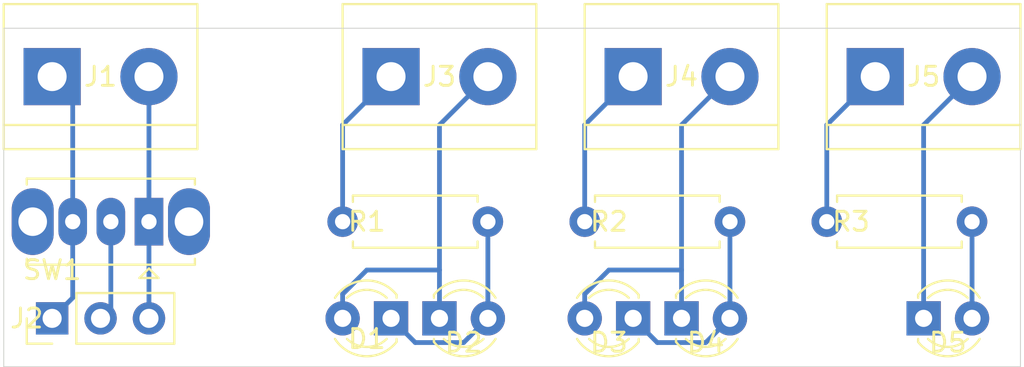
<source format=kicad_pcb>
(kicad_pcb (version 20171130) (host pcbnew "(5.1.4)-1")

  (general
    (thickness 1.6)
    (drawings 4)
    (tracks 37)
    (zones 0)
    (modules 14)
    (nets 13)
  )

  (page A4)
  (layers
    (0 F.Cu signal)
    (31 B.Cu signal)
    (32 B.Adhes user)
    (33 F.Adhes user)
    (34 B.Paste user)
    (35 F.Paste user)
    (36 B.SilkS user)
    (37 F.SilkS user)
    (38 B.Mask user)
    (39 F.Mask user)
    (40 Dwgs.User user)
    (41 Cmts.User user)
    (42 Eco1.User user)
    (43 Eco2.User user)
    (44 Edge.Cuts user)
    (45 Margin user)
    (46 B.CrtYd user)
    (47 F.CrtYd user)
    (48 B.Fab user)
    (49 F.Fab user)
  )

  (setup
    (last_trace_width 0.25)
    (trace_clearance 0.2)
    (zone_clearance 0.508)
    (zone_45_only no)
    (trace_min 0.2)
    (via_size 0.8)
    (via_drill 0.4)
    (via_min_size 0.4)
    (via_min_drill 0.3)
    (uvia_size 0.3)
    (uvia_drill 0.1)
    (uvias_allowed no)
    (uvia_min_size 0.2)
    (uvia_min_drill 0.1)
    (edge_width 0.05)
    (segment_width 0.2)
    (pcb_text_width 0.3)
    (pcb_text_size 1.5 1.5)
    (mod_edge_width 0.12)
    (mod_text_size 1 1)
    (mod_text_width 0.15)
    (pad_size 1.524 1.524)
    (pad_drill 0.762)
    (pad_to_mask_clearance 0.051)
    (solder_mask_min_width 0.25)
    (aux_axis_origin 0 0)
    (visible_elements 7FFFFFFF)
    (pcbplotparams
      (layerselection 0x010fc_ffffffff)
      (usegerberextensions false)
      (usegerberattributes false)
      (usegerberadvancedattributes false)
      (creategerberjobfile false)
      (excludeedgelayer true)
      (linewidth 0.100000)
      (plotframeref false)
      (viasonmask false)
      (mode 1)
      (useauxorigin false)
      (hpglpennumber 1)
      (hpglpenspeed 20)
      (hpglpendiameter 15.000000)
      (psnegative false)
      (psa4output false)
      (plotreference true)
      (plotvalue true)
      (plotinvisibletext false)
      (padsonsilk false)
      (subtractmaskfromsilk false)
      (outputformat 1)
      (mirror false)
      (drillshape 1)
      (scaleselection 1)
      (outputdirectory ""))
  )

  (net 0 "")
  (net 1 "Net-(D1-Pad2)")
  (net 2 "Net-(D1-Pad1)")
  (net 3 "Net-(D3-Pad2)")
  (net 4 "Net-(D3-Pad1)")
  (net 5 "Net-(D5-Pad2)")
  (net 6 "Net-(D5-Pad1)")
  (net 7 "Net-(J1-Pad1)")
  (net 8 "Net-(J2-Pad2)")
  (net 9 "Net-(J3-Pad1)")
  (net 10 "Net-(J4-Pad1)")
  (net 11 "Net-(J5-Pad1)")
  (net 12 GND)

  (net_class Default "This is the default net class."
    (clearance 0.2)
    (trace_width 0.25)
    (via_dia 0.8)
    (via_drill 0.4)
    (uvia_dia 0.3)
    (uvia_drill 0.1)
    (add_net GND)
    (add_net "Net-(D1-Pad1)")
    (add_net "Net-(D1-Pad2)")
    (add_net "Net-(D3-Pad1)")
    (add_net "Net-(D3-Pad2)")
    (add_net "Net-(D5-Pad1)")
    (add_net "Net-(D5-Pad2)")
    (add_net "Net-(J1-Pad1)")
    (add_net "Net-(J2-Pad2)")
    (add_net "Net-(J3-Pad1)")
    (add_net "Net-(J4-Pad1)")
    (add_net "Net-(J5-Pad1)")
  )

  (module Button_Switch_THT:SW_Slide_1P2T_CK_OS102011MS2Q (layer F.Cu) (tedit 5C5044D5) (tstamp 5ED78715)
    (at 88.9 83.82 180)
    (descr "CuK miniature slide switch, OS series, SPDT, https://www.ckswitches.com/media/1428/os.pdf")
    (tags "switch SPDT")
    (path /5ED80B64)
    (fp_text reference SW1 (at 5.08 -2.54) (layer F.SilkS)
      (effects (font (size 1 1) (thickness 0.15)))
    )
    (fp_text value SW_SPDT (at 2 2.54) (layer F.Fab)
      (effects (font (size 1 1) (thickness 0.15)))
    )
    (fp_line (start 0.5 -2.96) (end -0.5 -2.96) (layer F.SilkS) (width 0.12))
    (fp_line (start 0 -2.46) (end 0.5 -2.96) (layer F.SilkS) (width 0.12))
    (fp_line (start -0.5 -2.96) (end 0 -2.46) (layer F.SilkS) (width 0.12))
    (fp_line (start 0 -1.65) (end 0.5 -2.15) (layer F.Fab) (width 0.1))
    (fp_line (start -0.5 -2.15) (end 0 -1.65) (layer F.Fab) (width 0.1))
    (fp_line (start -3.45 2.4) (end -3.45 -2.4) (layer B.CrtYd) (width 0.05))
    (fp_line (start 7.45 2.4) (end -3.45 2.4) (layer B.CrtYd) (width 0.05))
    (fp_line (start 7.45 -2.4) (end 7.45 2.4) (layer B.CrtYd) (width 0.05))
    (fp_line (start -3.45 -2.4) (end 7.45 -2.4) (layer B.CrtYd) (width 0.05))
    (fp_text user %R (at 5.08 -2.54) (layer F.Fab)
      (effects (font (size 1 1) (thickness 0.15)))
    )
    (fp_line (start 6.41 2.26) (end 6.41 1.95) (layer F.SilkS) (width 0.12))
    (fp_line (start -2.41 2.26) (end -2.41 1.95) (layer F.SilkS) (width 0.12))
    (fp_line (start -2.41 -1.95) (end -2.41 -2.26) (layer F.SilkS) (width 0.12))
    (fp_line (start 6.41 2.26) (end -2.41 2.26) (layer F.SilkS) (width 0.12))
    (fp_line (start 6.41 -2.26) (end 6.41 -1.95) (layer F.SilkS) (width 0.12))
    (fp_line (start -2.41 -2.26) (end 6.41 -2.26) (layer F.SilkS) (width 0.12))
    (fp_line (start -2.3 -2.15) (end -0.5 -2.15) (layer F.Fab) (width 0.1))
    (fp_line (start 2 -1) (end 2 1) (layer F.Fab) (width 0.1))
    (fp_line (start 1.34 -1) (end 1.34 1) (layer F.Fab) (width 0.1))
    (fp_line (start 0.66 -1) (end 0.66 1) (layer F.Fab) (width 0.1))
    (fp_line (start 0 -1) (end 0 1) (layer F.Fab) (width 0.1))
    (fp_line (start 0 1) (end 4 1) (layer F.Fab) (width 0.1))
    (fp_line (start 4 -1) (end 4 1) (layer F.Fab) (width 0.1))
    (fp_line (start 0 -1) (end 4 -1) (layer F.Fab) (width 0.1))
    (fp_line (start -2.3 2.15) (end -2.3 -2.15) (layer F.Fab) (width 0.1))
    (fp_line (start 6.3 2.15) (end -2.3 2.15) (layer F.Fab) (width 0.1))
    (fp_line (start 6.3 -2.15) (end 6.3 2.15) (layer F.Fab) (width 0.1))
    (fp_line (start 0.5 -2.15) (end 6.3 -2.15) (layer F.Fab) (width 0.1))
    (pad "" thru_hole oval (at 6.1 0 180) (size 2.2 3.5) (drill 1.5) (layers *.Cu *.Mask))
    (pad "" thru_hole oval (at -2.1 0 180) (size 2.2 3.5) (drill 1.5) (layers *.Cu *.Mask))
    (pad 3 thru_hole oval (at 4 0 180) (size 1.5 2.5) (drill 0.8) (layers *.Cu *.Mask)
      (net 7 "Net-(J1-Pad1)"))
    (pad 2 thru_hole oval (at 2 0 180) (size 1.5 2.5) (drill 0.8) (layers *.Cu *.Mask)
      (net 8 "Net-(J2-Pad2)"))
    (pad 1 thru_hole rect (at 0 0 180) (size 1.5 2.5) (drill 0.8) (layers *.Cu *.Mask)
      (net 12 GND))
    (model ${KISYS3DMOD}/Button_Switch_THT.3dshapes/SW_Slide_1P2T_CK_OS102011MS2Q.wrl
      (at (xyz 0 0 0))
      (scale (xyz 1 1 1))
      (rotate (xyz 0 0 0))
    )
  )

  (module Resistor_THT:R_Axial_DIN0207_L6.3mm_D2.5mm_P7.62mm_Horizontal (layer F.Cu) (tedit 5AE5139B) (tstamp 5ED786F0)
    (at 124.46 83.82)
    (descr "Resistor, Axial_DIN0207 series, Axial, Horizontal, pin pitch=7.62mm, 0.25W = 1/4W, length*diameter=6.3*2.5mm^2, http://cdn-reichelt.de/documents/datenblatt/B400/1_4W%23YAG.pdf")
    (tags "Resistor Axial_DIN0207 series Axial Horizontal pin pitch 7.62mm 0.25W = 1/4W length 6.3mm diameter 2.5mm")
    (path /5ED73328)
    (fp_text reference R3 (at 1.27 0) (layer F.SilkS)
      (effects (font (size 1 1) (thickness 0.15)))
    )
    (fp_text value 2K2 (at 5.08 0) (layer F.Fab)
      (effects (font (size 1 1) (thickness 0.15)))
    )
    (fp_text user %R (at 1.27 0) (layer F.Fab)
      (effects (font (size 1 1) (thickness 0.15)))
    )
    (fp_line (start 8.67 -1.5) (end -1.05 -1.5) (layer F.CrtYd) (width 0.05))
    (fp_line (start 8.67 1.5) (end 8.67 -1.5) (layer F.CrtYd) (width 0.05))
    (fp_line (start -1.05 1.5) (end 8.67 1.5) (layer F.CrtYd) (width 0.05))
    (fp_line (start -1.05 -1.5) (end -1.05 1.5) (layer F.CrtYd) (width 0.05))
    (fp_line (start 7.08 1.37) (end 7.08 1.04) (layer F.SilkS) (width 0.12))
    (fp_line (start 0.54 1.37) (end 7.08 1.37) (layer F.SilkS) (width 0.12))
    (fp_line (start 0.54 1.04) (end 0.54 1.37) (layer F.SilkS) (width 0.12))
    (fp_line (start 7.08 -1.37) (end 7.08 -1.04) (layer F.SilkS) (width 0.12))
    (fp_line (start 0.54 -1.37) (end 7.08 -1.37) (layer F.SilkS) (width 0.12))
    (fp_line (start 0.54 -1.04) (end 0.54 -1.37) (layer F.SilkS) (width 0.12))
    (fp_line (start 7.62 0) (end 6.96 0) (layer F.Fab) (width 0.1))
    (fp_line (start 0 0) (end 0.66 0) (layer F.Fab) (width 0.1))
    (fp_line (start 6.96 -1.25) (end 0.66 -1.25) (layer F.Fab) (width 0.1))
    (fp_line (start 6.96 1.25) (end 6.96 -1.25) (layer F.Fab) (width 0.1))
    (fp_line (start 0.66 1.25) (end 6.96 1.25) (layer F.Fab) (width 0.1))
    (fp_line (start 0.66 -1.25) (end 0.66 1.25) (layer F.Fab) (width 0.1))
    (pad 2 thru_hole oval (at 7.62 0) (size 1.6 1.6) (drill 0.8) (layers *.Cu *.Mask)
      (net 5 "Net-(D5-Pad2)"))
    (pad 1 thru_hole circle (at 0 0) (size 1.6 1.6) (drill 0.8) (layers *.Cu *.Mask)
      (net 11 "Net-(J5-Pad1)"))
    (model ${KISYS3DMOD}/Resistor_THT.3dshapes/R_Axial_DIN0207_L6.3mm_D2.5mm_P7.62mm_Horizontal.wrl
      (at (xyz 0 0 0))
      (scale (xyz 1 1 1))
      (rotate (xyz 0 0 0))
    )
  )

  (module Resistor_THT:R_Axial_DIN0207_L6.3mm_D2.5mm_P7.62mm_Horizontal (layer F.Cu) (tedit 5AE5139B) (tstamp 5ED786D9)
    (at 111.76 83.82)
    (descr "Resistor, Axial_DIN0207 series, Axial, Horizontal, pin pitch=7.62mm, 0.25W = 1/4W, length*diameter=6.3*2.5mm^2, http://cdn-reichelt.de/documents/datenblatt/B400/1_4W%23YAG.pdf")
    (tags "Resistor Axial_DIN0207 series Axial Horizontal pin pitch 7.62mm 0.25W = 1/4W length 6.3mm diameter 2.5mm")
    (path /5ED72E86)
    (fp_text reference R2 (at 1.27 0) (layer F.SilkS)
      (effects (font (size 1 1) (thickness 0.15)))
    )
    (fp_text value 2K2 (at 5.08 0) (layer F.Fab)
      (effects (font (size 1 1) (thickness 0.15)))
    )
    (fp_text user %R (at 1.27 0) (layer F.Fab)
      (effects (font (size 1 1) (thickness 0.15)))
    )
    (fp_line (start 8.67 -1.5) (end -1.05 -1.5) (layer F.CrtYd) (width 0.05))
    (fp_line (start 8.67 1.5) (end 8.67 -1.5) (layer F.CrtYd) (width 0.05))
    (fp_line (start -1.05 1.5) (end 8.67 1.5) (layer F.CrtYd) (width 0.05))
    (fp_line (start -1.05 -1.5) (end -1.05 1.5) (layer F.CrtYd) (width 0.05))
    (fp_line (start 7.08 1.37) (end 7.08 1.04) (layer F.SilkS) (width 0.12))
    (fp_line (start 0.54 1.37) (end 7.08 1.37) (layer F.SilkS) (width 0.12))
    (fp_line (start 0.54 1.04) (end 0.54 1.37) (layer F.SilkS) (width 0.12))
    (fp_line (start 7.08 -1.37) (end 7.08 -1.04) (layer F.SilkS) (width 0.12))
    (fp_line (start 0.54 -1.37) (end 7.08 -1.37) (layer F.SilkS) (width 0.12))
    (fp_line (start 0.54 -1.04) (end 0.54 -1.37) (layer F.SilkS) (width 0.12))
    (fp_line (start 7.62 0) (end 6.96 0) (layer F.Fab) (width 0.1))
    (fp_line (start 0 0) (end 0.66 0) (layer F.Fab) (width 0.1))
    (fp_line (start 6.96 -1.25) (end 0.66 -1.25) (layer F.Fab) (width 0.1))
    (fp_line (start 6.96 1.25) (end 6.96 -1.25) (layer F.Fab) (width 0.1))
    (fp_line (start 0.66 1.25) (end 6.96 1.25) (layer F.Fab) (width 0.1))
    (fp_line (start 0.66 -1.25) (end 0.66 1.25) (layer F.Fab) (width 0.1))
    (pad 2 thru_hole oval (at 7.62 0) (size 1.6 1.6) (drill 0.8) (layers *.Cu *.Mask)
      (net 4 "Net-(D3-Pad1)"))
    (pad 1 thru_hole circle (at 0 0) (size 1.6 1.6) (drill 0.8) (layers *.Cu *.Mask)
      (net 10 "Net-(J4-Pad1)"))
    (model ${KISYS3DMOD}/Resistor_THT.3dshapes/R_Axial_DIN0207_L6.3mm_D2.5mm_P7.62mm_Horizontal.wrl
      (at (xyz 0 0 0))
      (scale (xyz 1 1 1))
      (rotate (xyz 0 0 0))
    )
  )

  (module Resistor_THT:R_Axial_DIN0207_L6.3mm_D2.5mm_P7.62mm_Horizontal (layer F.Cu) (tedit 5AE5139B) (tstamp 5ED786C2)
    (at 99.06 83.82)
    (descr "Resistor, Axial_DIN0207 series, Axial, Horizontal, pin pitch=7.62mm, 0.25W = 1/4W, length*diameter=6.3*2.5mm^2, http://cdn-reichelt.de/documents/datenblatt/B400/1_4W%23YAG.pdf")
    (tags "Resistor Axial_DIN0207 series Axial Horizontal pin pitch 7.62mm 0.25W = 1/4W length 6.3mm diameter 2.5mm")
    (path /5ED72882)
    (fp_text reference R1 (at 1.27 0) (layer F.SilkS)
      (effects (font (size 1 1) (thickness 0.15)))
    )
    (fp_text value 2K2 (at 5.08 0) (layer F.Fab)
      (effects (font (size 1 1) (thickness 0.15)))
    )
    (fp_text user %R (at 1.27 0) (layer F.Fab)
      (effects (font (size 1 1) (thickness 0.15)))
    )
    (fp_line (start 8.67 -1.5) (end -1.05 -1.5) (layer F.CrtYd) (width 0.05))
    (fp_line (start 8.67 1.5) (end 8.67 -1.5) (layer F.CrtYd) (width 0.05))
    (fp_line (start -1.05 1.5) (end 8.67 1.5) (layer F.CrtYd) (width 0.05))
    (fp_line (start -1.05 -1.5) (end -1.05 1.5) (layer F.CrtYd) (width 0.05))
    (fp_line (start 7.08 1.37) (end 7.08 1.04) (layer F.SilkS) (width 0.12))
    (fp_line (start 0.54 1.37) (end 7.08 1.37) (layer F.SilkS) (width 0.12))
    (fp_line (start 0.54 1.04) (end 0.54 1.37) (layer F.SilkS) (width 0.12))
    (fp_line (start 7.08 -1.37) (end 7.08 -1.04) (layer F.SilkS) (width 0.12))
    (fp_line (start 0.54 -1.37) (end 7.08 -1.37) (layer F.SilkS) (width 0.12))
    (fp_line (start 0.54 -1.04) (end 0.54 -1.37) (layer F.SilkS) (width 0.12))
    (fp_line (start 7.62 0) (end 6.96 0) (layer F.Fab) (width 0.1))
    (fp_line (start 0 0) (end 0.66 0) (layer F.Fab) (width 0.1))
    (fp_line (start 6.96 -1.25) (end 0.66 -1.25) (layer F.Fab) (width 0.1))
    (fp_line (start 6.96 1.25) (end 6.96 -1.25) (layer F.Fab) (width 0.1))
    (fp_line (start 0.66 1.25) (end 6.96 1.25) (layer F.Fab) (width 0.1))
    (fp_line (start 0.66 -1.25) (end 0.66 1.25) (layer F.Fab) (width 0.1))
    (pad 2 thru_hole oval (at 7.62 0) (size 1.6 1.6) (drill 0.8) (layers *.Cu *.Mask)
      (net 2 "Net-(D1-Pad1)"))
    (pad 1 thru_hole circle (at 0 0) (size 1.6 1.6) (drill 0.8) (layers *.Cu *.Mask)
      (net 9 "Net-(J3-Pad1)"))
    (model ${KISYS3DMOD}/Resistor_THT.3dshapes/R_Axial_DIN0207_L6.3mm_D2.5mm_P7.62mm_Horizontal.wrl
      (at (xyz 0 0 0))
      (scale (xyz 1 1 1))
      (rotate (xyz 0 0 0))
    )
  )

  (module TerminalBlock:TerminalBlock_bornier-2_P5.08mm (layer F.Cu) (tedit 59FF03AB) (tstamp 5ED786AB)
    (at 127 76.2)
    (descr "simple 2-pin terminal block, pitch 5.08mm, revamped version of bornier2")
    (tags "terminal block bornier2")
    (path /5ED74BB3)
    (fp_text reference J5 (at 2.54 0) (layer F.SilkS)
      (effects (font (size 1 1) (thickness 0.15)))
    )
    (fp_text value "As Coil" (at 2.54 2.54) (layer F.Fab)
      (effects (font (size 1 1) (thickness 0.15)))
    )
    (fp_line (start 7.79 4) (end -2.71 4) (layer F.CrtYd) (width 0.05))
    (fp_line (start 7.79 4) (end 7.79 -4) (layer F.CrtYd) (width 0.05))
    (fp_line (start -2.71 -4) (end -2.71 4) (layer F.CrtYd) (width 0.05))
    (fp_line (start -2.71 -4) (end 7.79 -4) (layer F.CrtYd) (width 0.05))
    (fp_line (start -2.54 3.81) (end 7.62 3.81) (layer F.SilkS) (width 0.12))
    (fp_line (start -2.54 -3.81) (end -2.54 3.81) (layer F.SilkS) (width 0.12))
    (fp_line (start 7.62 -3.81) (end -2.54 -3.81) (layer F.SilkS) (width 0.12))
    (fp_line (start 7.62 3.81) (end 7.62 -3.81) (layer F.SilkS) (width 0.12))
    (fp_line (start 7.62 2.54) (end -2.54 2.54) (layer F.SilkS) (width 0.12))
    (fp_line (start 7.54 -3.75) (end -2.46 -3.75) (layer F.Fab) (width 0.1))
    (fp_line (start 7.54 3.75) (end 7.54 -3.75) (layer F.Fab) (width 0.1))
    (fp_line (start -2.46 3.75) (end 7.54 3.75) (layer F.Fab) (width 0.1))
    (fp_line (start -2.46 -3.75) (end -2.46 3.75) (layer F.Fab) (width 0.1))
    (fp_line (start -2.41 2.55) (end 7.49 2.55) (layer F.Fab) (width 0.1))
    (fp_text user %R (at 2.54 0) (layer F.Fab)
      (effects (font (size 1 1) (thickness 0.15)))
    )
    (pad 2 thru_hole circle (at 5.08 0) (size 3 3) (drill 1.52) (layers *.Cu *.Mask)
      (net 6 "Net-(D5-Pad1)"))
    (pad 1 thru_hole rect (at 0 0) (size 3 3) (drill 1.52) (layers *.Cu *.Mask)
      (net 11 "Net-(J5-Pad1)"))
    (model ${KISYS3DMOD}/TerminalBlock.3dshapes/TerminalBlock_bornier-2_P5.08mm.wrl
      (offset (xyz 2.539999961853027 0 0))
      (scale (xyz 1 1 1))
      (rotate (xyz 0 0 0))
    )
  )

  (module TerminalBlock:TerminalBlock_bornier-2_P5.08mm (layer F.Cu) (tedit 59FF03AB) (tstamp 5ED78696)
    (at 114.3 76.2)
    (descr "simple 2-pin terminal block, pitch 5.08mm, revamped version of bornier2")
    (tags "terminal block bornier2")
    (path /5ED7458F)
    (fp_text reference J4 (at 2.54 0) (layer F.SilkS)
      (effects (font (size 1 1) (thickness 0.15)))
    )
    (fp_text value "As Capacitor" (at 2.54 2.54) (layer F.Fab)
      (effects (font (size 1 1) (thickness 0.15)))
    )
    (fp_line (start 7.79 4) (end -2.71 4) (layer F.CrtYd) (width 0.05))
    (fp_line (start 7.79 4) (end 7.79 -4) (layer F.CrtYd) (width 0.05))
    (fp_line (start -2.71 -4) (end -2.71 4) (layer F.CrtYd) (width 0.05))
    (fp_line (start -2.71 -4) (end 7.79 -4) (layer F.CrtYd) (width 0.05))
    (fp_line (start -2.54 3.81) (end 7.62 3.81) (layer F.SilkS) (width 0.12))
    (fp_line (start -2.54 -3.81) (end -2.54 3.81) (layer F.SilkS) (width 0.12))
    (fp_line (start 7.62 -3.81) (end -2.54 -3.81) (layer F.SilkS) (width 0.12))
    (fp_line (start 7.62 3.81) (end 7.62 -3.81) (layer F.SilkS) (width 0.12))
    (fp_line (start 7.62 2.54) (end -2.54 2.54) (layer F.SilkS) (width 0.12))
    (fp_line (start 7.54 -3.75) (end -2.46 -3.75) (layer F.Fab) (width 0.1))
    (fp_line (start 7.54 3.75) (end 7.54 -3.75) (layer F.Fab) (width 0.1))
    (fp_line (start -2.46 3.75) (end 7.54 3.75) (layer F.Fab) (width 0.1))
    (fp_line (start -2.46 -3.75) (end -2.46 3.75) (layer F.Fab) (width 0.1))
    (fp_line (start -2.41 2.55) (end 7.49 2.55) (layer F.Fab) (width 0.1))
    (fp_text user %R (at 2.54 0) (layer F.Fab)
      (effects (font (size 1 1) (thickness 0.15)))
    )
    (pad 2 thru_hole circle (at 5.08 0) (size 3 3) (drill 1.52) (layers *.Cu *.Mask)
      (net 3 "Net-(D3-Pad2)"))
    (pad 1 thru_hole rect (at 0 0) (size 3 3) (drill 1.52) (layers *.Cu *.Mask)
      (net 10 "Net-(J4-Pad1)"))
    (model ${KISYS3DMOD}/TerminalBlock.3dshapes/TerminalBlock_bornier-2_P5.08mm.wrl
      (offset (xyz 2.539999961853027 0 0))
      (scale (xyz 1 1 1))
      (rotate (xyz 0 0 0))
    )
  )

  (module TerminalBlock:TerminalBlock_bornier-2_P5.08mm (layer F.Cu) (tedit 59FF03AB) (tstamp 5ED78681)
    (at 101.6 76.2)
    (descr "simple 2-pin terminal block, pitch 5.08mm, revamped version of bornier2")
    (tags "terminal block bornier2")
    (path /5ED73772)
    (fp_text reference J3 (at 2.54 0) (layer F.SilkS)
      (effects (font (size 1 1) (thickness 0.15)))
    )
    (fp_text value "As Starter" (at 2.54 2.54) (layer F.Fab)
      (effects (font (size 1 1) (thickness 0.15)))
    )
    (fp_line (start 7.79 4) (end -2.71 4) (layer F.CrtYd) (width 0.05))
    (fp_line (start 7.79 4) (end 7.79 -4) (layer F.CrtYd) (width 0.05))
    (fp_line (start -2.71 -4) (end -2.71 4) (layer F.CrtYd) (width 0.05))
    (fp_line (start -2.71 -4) (end 7.79 -4) (layer F.CrtYd) (width 0.05))
    (fp_line (start -2.54 3.81) (end 7.62 3.81) (layer F.SilkS) (width 0.12))
    (fp_line (start -2.54 -3.81) (end -2.54 3.81) (layer F.SilkS) (width 0.12))
    (fp_line (start 7.62 -3.81) (end -2.54 -3.81) (layer F.SilkS) (width 0.12))
    (fp_line (start 7.62 3.81) (end 7.62 -3.81) (layer F.SilkS) (width 0.12))
    (fp_line (start 7.62 2.54) (end -2.54 2.54) (layer F.SilkS) (width 0.12))
    (fp_line (start 7.54 -3.75) (end -2.46 -3.75) (layer F.Fab) (width 0.1))
    (fp_line (start 7.54 3.75) (end 7.54 -3.75) (layer F.Fab) (width 0.1))
    (fp_line (start -2.46 3.75) (end 7.54 3.75) (layer F.Fab) (width 0.1))
    (fp_line (start -2.46 -3.75) (end -2.46 3.75) (layer F.Fab) (width 0.1))
    (fp_line (start -2.41 2.55) (end 7.49 2.55) (layer F.Fab) (width 0.1))
    (fp_text user %R (at 2.54 0) (layer F.Fab)
      (effects (font (size 1 1) (thickness 0.15)))
    )
    (pad 2 thru_hole circle (at 5.08 0) (size 3 3) (drill 1.52) (layers *.Cu *.Mask)
      (net 1 "Net-(D1-Pad2)"))
    (pad 1 thru_hole rect (at 0 0) (size 3 3) (drill 1.52) (layers *.Cu *.Mask)
      (net 9 "Net-(J3-Pad1)"))
    (model ${KISYS3DMOD}/TerminalBlock.3dshapes/TerminalBlock_bornier-2_P5.08mm.wrl
      (offset (xyz 2.539999961853027 0 0))
      (scale (xyz 1 1 1))
      (rotate (xyz 0 0 0))
    )
  )

  (module Connector_PinHeader_2.54mm:PinHeader_1x03_P2.54mm_Vertical (layer F.Cu) (tedit 59FED5CC) (tstamp 5ED7866C)
    (at 83.82 88.9 90)
    (descr "Through hole straight pin header, 1x03, 2.54mm pitch, single row")
    (tags "Through hole pin header THT 1x03 2.54mm single row")
    (path /5ED753BB)
    (fp_text reference J2 (at 0 -1.33 180) (layer F.SilkS)
      (effects (font (size 1 1) (thickness 0.15)))
    )
    (fp_text value "As Control" (at 0 7.62 180) (layer F.Fab)
      (effects (font (size 1 1) (thickness 0.15)))
    )
    (fp_text user %R (at 0 2.54) (layer F.Fab)
      (effects (font (size 1 1) (thickness 0.15)))
    )
    (fp_line (start 1.8 -1.8) (end -1.8 -1.8) (layer F.CrtYd) (width 0.05))
    (fp_line (start 1.8 6.85) (end 1.8 -1.8) (layer F.CrtYd) (width 0.05))
    (fp_line (start -1.8 6.85) (end 1.8 6.85) (layer F.CrtYd) (width 0.05))
    (fp_line (start -1.8 -1.8) (end -1.8 6.85) (layer F.CrtYd) (width 0.05))
    (fp_line (start -1.33 -1.33) (end 0 -1.33) (layer F.SilkS) (width 0.12))
    (fp_line (start -1.33 0) (end -1.33 -1.33) (layer F.SilkS) (width 0.12))
    (fp_line (start -1.33 1.27) (end 1.33 1.27) (layer F.SilkS) (width 0.12))
    (fp_line (start 1.33 1.27) (end 1.33 6.41) (layer F.SilkS) (width 0.12))
    (fp_line (start -1.33 1.27) (end -1.33 6.41) (layer F.SilkS) (width 0.12))
    (fp_line (start -1.33 6.41) (end 1.33 6.41) (layer F.SilkS) (width 0.12))
    (fp_line (start -1.27 -0.635) (end -0.635 -1.27) (layer F.Fab) (width 0.1))
    (fp_line (start -1.27 6.35) (end -1.27 -0.635) (layer F.Fab) (width 0.1))
    (fp_line (start 1.27 6.35) (end -1.27 6.35) (layer F.Fab) (width 0.1))
    (fp_line (start 1.27 -1.27) (end 1.27 6.35) (layer F.Fab) (width 0.1))
    (fp_line (start -0.635 -1.27) (end 1.27 -1.27) (layer F.Fab) (width 0.1))
    (pad 3 thru_hole oval (at 0 5.08 90) (size 1.7 1.7) (drill 1) (layers *.Cu *.Mask)
      (net 12 GND))
    (pad 2 thru_hole oval (at 0 2.54 90) (size 1.7 1.7) (drill 1) (layers *.Cu *.Mask)
      (net 8 "Net-(J2-Pad2)"))
    (pad 1 thru_hole rect (at 0 0 90) (size 1.7 1.7) (drill 1) (layers *.Cu *.Mask)
      (net 7 "Net-(J1-Pad1)"))
    (model ${KISYS3DMOD}/Connector_PinHeader_2.54mm.3dshapes/PinHeader_1x03_P2.54mm_Vertical.wrl
      (at (xyz 0 0 0))
      (scale (xyz 1 1 1))
      (rotate (xyz 0 0 0))
    )
  )

  (module TerminalBlock:TerminalBlock_bornier-2_P5.08mm (layer F.Cu) (tedit 59FF03AB) (tstamp 5ED78655)
    (at 83.82 76.2)
    (descr "simple 2-pin terminal block, pitch 5.08mm, revamped version of bornier2")
    (tags "terminal block bornier2")
    (path /5ED7868B)
    (fp_text reference J1 (at 2.54 0) (layer F.SilkS)
      (effects (font (size 1 1) (thickness 0.15)))
    )
    (fp_text value "12V Power" (at 2.54 2.54) (layer F.Fab)
      (effects (font (size 1 1) (thickness 0.15)))
    )
    (fp_line (start 7.79 4) (end -2.71 4) (layer F.CrtYd) (width 0.05))
    (fp_line (start 7.79 4) (end 7.79 -4) (layer F.CrtYd) (width 0.05))
    (fp_line (start -2.71 -4) (end -2.71 4) (layer F.CrtYd) (width 0.05))
    (fp_line (start -2.71 -4) (end 7.79 -4) (layer F.CrtYd) (width 0.05))
    (fp_line (start -2.54 3.81) (end 7.62 3.81) (layer F.SilkS) (width 0.12))
    (fp_line (start -2.54 -3.81) (end -2.54 3.81) (layer F.SilkS) (width 0.12))
    (fp_line (start 7.62 -3.81) (end -2.54 -3.81) (layer F.SilkS) (width 0.12))
    (fp_line (start 7.62 3.81) (end 7.62 -3.81) (layer F.SilkS) (width 0.12))
    (fp_line (start 7.62 2.54) (end -2.54 2.54) (layer F.SilkS) (width 0.12))
    (fp_line (start 7.54 -3.75) (end -2.46 -3.75) (layer F.Fab) (width 0.1))
    (fp_line (start 7.54 3.75) (end 7.54 -3.75) (layer F.Fab) (width 0.1))
    (fp_line (start -2.46 3.75) (end 7.54 3.75) (layer F.Fab) (width 0.1))
    (fp_line (start -2.46 -3.75) (end -2.46 3.75) (layer F.Fab) (width 0.1))
    (fp_line (start -2.41 2.55) (end 7.49 2.55) (layer F.Fab) (width 0.1))
    (fp_text user %R (at 2.54 0) (layer F.Fab)
      (effects (font (size 1 1) (thickness 0.15)))
    )
    (pad 2 thru_hole circle (at 5.08 0) (size 3 3) (drill 1.52) (layers *.Cu *.Mask)
      (net 12 GND))
    (pad 1 thru_hole rect (at 0 0) (size 3 3) (drill 1.52) (layers *.Cu *.Mask)
      (net 7 "Net-(J1-Pad1)"))
    (model ${KISYS3DMOD}/TerminalBlock.3dshapes/TerminalBlock_bornier-2_P5.08mm.wrl
      (offset (xyz 2.539999961853027 0 0))
      (scale (xyz 1 1 1))
      (rotate (xyz 0 0 0))
    )
  )

  (module LED_THT:LED_D3.0mm_FlatTop (layer F.Cu) (tedit 5880A862) (tstamp 5ED78640)
    (at 129.54 88.9)
    (descr "LED, Round, FlatTop, diameter 3.0mm, 2 pins, http://www.kingbright.com/attachments/file/psearch/000/00/00/L-47XEC(Ver.9A).pdf")
    (tags "LED Round FlatTop diameter 3.0mm 2 pins")
    (path /5ED8A3D4)
    (fp_text reference D5 (at 1.27 1.27) (layer F.SilkS)
      (effects (font (size 1 1) (thickness 0.15)))
    )
    (fp_text value LED (at 1.27 -1.5) (layer F.Fab)
      (effects (font (size 1 1) (thickness 0.15)))
    )
    (fp_line (start 3.7 -2.25) (end -1.15 -2.25) (layer F.CrtYd) (width 0.05))
    (fp_line (start 3.7 2.25) (end 3.7 -2.25) (layer F.CrtYd) (width 0.05))
    (fp_line (start -1.15 2.25) (end 3.7 2.25) (layer F.CrtYd) (width 0.05))
    (fp_line (start -1.15 -2.25) (end -1.15 2.25) (layer F.CrtYd) (width 0.05))
    (fp_line (start -0.29 1.08) (end -0.29 1.236) (layer F.SilkS) (width 0.12))
    (fp_line (start -0.29 -1.236) (end -0.29 -1.08) (layer F.SilkS) (width 0.12))
    (fp_line (start -0.23 -1.16619) (end -0.23 1.16619) (layer F.Fab) (width 0.1))
    (fp_circle (center 1.27 0) (end 2.77 0) (layer F.Fab) (width 0.1))
    (fp_arc (start 1.27 0) (end 0.229039 1.08) (angle -87.9) (layer F.SilkS) (width 0.12))
    (fp_arc (start 1.27 0) (end 0.229039 -1.08) (angle 87.9) (layer F.SilkS) (width 0.12))
    (fp_arc (start 1.27 0) (end -0.29 1.235516) (angle -108.8) (layer F.SilkS) (width 0.12))
    (fp_arc (start 1.27 0) (end -0.29 -1.235516) (angle 108.8) (layer F.SilkS) (width 0.12))
    (fp_arc (start 1.27 0) (end -0.23 -1.16619) (angle 284.3) (layer F.Fab) (width 0.1))
    (pad 2 thru_hole circle (at 2.54 0) (size 1.8 1.8) (drill 0.9) (layers *.Cu *.Mask)
      (net 5 "Net-(D5-Pad2)"))
    (pad 1 thru_hole rect (at 0 0) (size 1.8 1.8) (drill 0.9) (layers *.Cu *.Mask)
      (net 6 "Net-(D5-Pad1)"))
    (model ${KISYS3DMOD}/LED_THT.3dshapes/LED_D3.0mm_FlatTop.wrl
      (at (xyz 0 0 0))
      (scale (xyz 1 1 1))
      (rotate (xyz 0 0 0))
    )
  )

  (module LED_THT:LED_D3.0mm_FlatTop (layer F.Cu) (tedit 5880A862) (tstamp 5ED7862D)
    (at 116.84 88.9)
    (descr "LED, Round, FlatTop, diameter 3.0mm, 2 pins, http://www.kingbright.com/attachments/file/psearch/000/00/00/L-47XEC(Ver.9A).pdf")
    (tags "LED Round FlatTop diameter 3.0mm 2 pins")
    (path /5ED7125B)
    (fp_text reference D4 (at 1.27 1.27) (layer F.SilkS)
      (effects (font (size 1 1) (thickness 0.15)))
    )
    (fp_text value LED (at 1.27 -1.5) (layer F.Fab)
      (effects (font (size 1 1) (thickness 0.15)))
    )
    (fp_line (start 3.7 -2.25) (end -1.15 -2.25) (layer F.CrtYd) (width 0.05))
    (fp_line (start 3.7 2.25) (end 3.7 -2.25) (layer F.CrtYd) (width 0.05))
    (fp_line (start -1.15 2.25) (end 3.7 2.25) (layer F.CrtYd) (width 0.05))
    (fp_line (start -1.15 -2.25) (end -1.15 2.25) (layer F.CrtYd) (width 0.05))
    (fp_line (start -0.29 1.08) (end -0.29 1.236) (layer F.SilkS) (width 0.12))
    (fp_line (start -0.29 -1.236) (end -0.29 -1.08) (layer F.SilkS) (width 0.12))
    (fp_line (start -0.23 -1.16619) (end -0.23 1.16619) (layer F.Fab) (width 0.1))
    (fp_circle (center 1.27 0) (end 2.77 0) (layer F.Fab) (width 0.1))
    (fp_arc (start 1.27 0) (end 0.229039 1.08) (angle -87.9) (layer F.SilkS) (width 0.12))
    (fp_arc (start 1.27 0) (end 0.229039 -1.08) (angle 87.9) (layer F.SilkS) (width 0.12))
    (fp_arc (start 1.27 0) (end -0.29 1.235516) (angle -108.8) (layer F.SilkS) (width 0.12))
    (fp_arc (start 1.27 0) (end -0.29 -1.235516) (angle 108.8) (layer F.SilkS) (width 0.12))
    (fp_arc (start 1.27 0) (end -0.23 -1.16619) (angle 284.3) (layer F.Fab) (width 0.1))
    (pad 2 thru_hole circle (at 2.54 0) (size 1.8 1.8) (drill 0.9) (layers *.Cu *.Mask)
      (net 4 "Net-(D3-Pad1)"))
    (pad 1 thru_hole rect (at 0 0) (size 1.8 1.8) (drill 0.9) (layers *.Cu *.Mask)
      (net 3 "Net-(D3-Pad2)"))
    (model ${KISYS3DMOD}/LED_THT.3dshapes/LED_D3.0mm_FlatTop.wrl
      (at (xyz 0 0 0))
      (scale (xyz 1 1 1))
      (rotate (xyz 0 0 0))
    )
  )

  (module LED_THT:LED_D3.0mm_FlatTop (layer F.Cu) (tedit 5880A862) (tstamp 5ED7861A)
    (at 114.3 88.9 180)
    (descr "LED, Round, FlatTop, diameter 3.0mm, 2 pins, http://www.kingbright.com/attachments/file/psearch/000/00/00/L-47XEC(Ver.9A).pdf")
    (tags "LED Round FlatTop diameter 3.0mm 2 pins")
    (path /5ED71251)
    (fp_text reference D3 (at 1.27 -1.27) (layer F.SilkS)
      (effects (font (size 1 1) (thickness 0.15)))
    )
    (fp_text value LED (at 1.27 1.5) (layer F.Fab)
      (effects (font (size 1 1) (thickness 0.15)))
    )
    (fp_line (start 3.7 -2.25) (end -1.15 -2.25) (layer F.CrtYd) (width 0.05))
    (fp_line (start 3.7 2.25) (end 3.7 -2.25) (layer F.CrtYd) (width 0.05))
    (fp_line (start -1.15 2.25) (end 3.7 2.25) (layer F.CrtYd) (width 0.05))
    (fp_line (start -1.15 -2.25) (end -1.15 2.25) (layer F.CrtYd) (width 0.05))
    (fp_line (start -0.29 1.08) (end -0.29 1.236) (layer F.SilkS) (width 0.12))
    (fp_line (start -0.29 -1.236) (end -0.29 -1.08) (layer F.SilkS) (width 0.12))
    (fp_line (start -0.23 -1.16619) (end -0.23 1.16619) (layer F.Fab) (width 0.1))
    (fp_circle (center 1.27 0) (end 2.77 0) (layer F.Fab) (width 0.1))
    (fp_arc (start 1.27 0) (end 0.229039 1.08) (angle -87.9) (layer F.SilkS) (width 0.12))
    (fp_arc (start 1.27 0) (end 0.229039 -1.08) (angle 87.9) (layer F.SilkS) (width 0.12))
    (fp_arc (start 1.27 0) (end -0.29 1.235516) (angle -108.8) (layer F.SilkS) (width 0.12))
    (fp_arc (start 1.27 0) (end -0.29 -1.235516) (angle 108.8) (layer F.SilkS) (width 0.12))
    (fp_arc (start 1.27 0) (end -0.23 -1.16619) (angle 284.3) (layer F.Fab) (width 0.1))
    (pad 2 thru_hole circle (at 2.54 0 180) (size 1.8 1.8) (drill 0.9) (layers *.Cu *.Mask)
      (net 3 "Net-(D3-Pad2)"))
    (pad 1 thru_hole rect (at 0 0 180) (size 1.8 1.8) (drill 0.9) (layers *.Cu *.Mask)
      (net 4 "Net-(D3-Pad1)"))
    (model ${KISYS3DMOD}/LED_THT.3dshapes/LED_D3.0mm_FlatTop.wrl
      (at (xyz 0 0 0))
      (scale (xyz 1 1 1))
      (rotate (xyz 0 0 0))
    )
  )

  (module LED_THT:LED_D3.0mm_FlatTop (layer F.Cu) (tedit 5880A862) (tstamp 5ED78607)
    (at 104.14 88.9)
    (descr "LED, Round, FlatTop, diameter 3.0mm, 2 pins, http://www.kingbright.com/attachments/file/psearch/000/00/00/L-47XEC(Ver.9A).pdf")
    (tags "LED Round FlatTop diameter 3.0mm 2 pins")
    (path /5ED709AA)
    (fp_text reference D2 (at 1.27 1.27) (layer F.SilkS)
      (effects (font (size 1 1) (thickness 0.15)))
    )
    (fp_text value LED (at 1.27 -1.5) (layer F.Fab)
      (effects (font (size 1 1) (thickness 0.15)))
    )
    (fp_line (start 3.7 -2.25) (end -1.15 -2.25) (layer F.CrtYd) (width 0.05))
    (fp_line (start 3.7 2.25) (end 3.7 -2.25) (layer F.CrtYd) (width 0.05))
    (fp_line (start -1.15 2.25) (end 3.7 2.25) (layer F.CrtYd) (width 0.05))
    (fp_line (start -1.15 -2.25) (end -1.15 2.25) (layer F.CrtYd) (width 0.05))
    (fp_line (start -0.29 1.08) (end -0.29 1.236) (layer F.SilkS) (width 0.12))
    (fp_line (start -0.29 -1.236) (end -0.29 -1.08) (layer F.SilkS) (width 0.12))
    (fp_line (start -0.23 -1.16619) (end -0.23 1.16619) (layer F.Fab) (width 0.1))
    (fp_circle (center 1.27 0) (end 2.77 0) (layer F.Fab) (width 0.1))
    (fp_arc (start 1.27 0) (end 0.229039 1.08) (angle -87.9) (layer F.SilkS) (width 0.12))
    (fp_arc (start 1.27 0) (end 0.229039 -1.08) (angle 87.9) (layer F.SilkS) (width 0.12))
    (fp_arc (start 1.27 0) (end -0.29 1.235516) (angle -108.8) (layer F.SilkS) (width 0.12))
    (fp_arc (start 1.27 0) (end -0.29 -1.235516) (angle 108.8) (layer F.SilkS) (width 0.12))
    (fp_arc (start 1.27 0) (end -0.23 -1.16619) (angle 284.3) (layer F.Fab) (width 0.1))
    (pad 2 thru_hole circle (at 2.54 0) (size 1.8 1.8) (drill 0.9) (layers *.Cu *.Mask)
      (net 2 "Net-(D1-Pad1)"))
    (pad 1 thru_hole rect (at 0 0) (size 1.8 1.8) (drill 0.9) (layers *.Cu *.Mask)
      (net 1 "Net-(D1-Pad2)"))
    (model ${KISYS3DMOD}/LED_THT.3dshapes/LED_D3.0mm_FlatTop.wrl
      (at (xyz 0 0 0))
      (scale (xyz 1 1 1))
      (rotate (xyz 0 0 0))
    )
  )

  (module LED_THT:LED_D3.0mm_FlatTop (layer F.Cu) (tedit 5880A862) (tstamp 5ED785F4)
    (at 101.6 88.9 180)
    (descr "LED, Round, FlatTop, diameter 3.0mm, 2 pins, http://www.kingbright.com/attachments/file/psearch/000/00/00/L-47XEC(Ver.9A).pdf")
    (tags "LED Round FlatTop diameter 3.0mm 2 pins")
    (path /5ED70353)
    (fp_text reference D1 (at 1.27 -1.079837) (layer F.SilkS)
      (effects (font (size 1 1) (thickness 0.15)))
    )
    (fp_text value LED (at 1.27 1.5) (layer F.Fab)
      (effects (font (size 1 1) (thickness 0.15)))
    )
    (fp_line (start 3.7 -2.25) (end -1.15 -2.25) (layer F.CrtYd) (width 0.05))
    (fp_line (start 3.7 2.25) (end 3.7 -2.25) (layer F.CrtYd) (width 0.05))
    (fp_line (start -1.15 2.25) (end 3.7 2.25) (layer F.CrtYd) (width 0.05))
    (fp_line (start -1.15 -2.25) (end -1.15 2.25) (layer F.CrtYd) (width 0.05))
    (fp_line (start -0.29 1.08) (end -0.29 1.236) (layer F.SilkS) (width 0.12))
    (fp_line (start -0.29 -1.236) (end -0.29 -1.08) (layer F.SilkS) (width 0.12))
    (fp_line (start -0.23 -1.16619) (end -0.23 1.16619) (layer F.Fab) (width 0.1))
    (fp_circle (center 1.27 0) (end 2.77 0) (layer F.Fab) (width 0.1))
    (fp_arc (start 1.27 0) (end 0.229039 1.08) (angle -87.9) (layer F.SilkS) (width 0.12))
    (fp_arc (start 1.27 0) (end 0.229039 -1.08) (angle 87.9) (layer F.SilkS) (width 0.12))
    (fp_arc (start 1.27 0) (end -0.29 1.235516) (angle -108.8) (layer F.SilkS) (width 0.12))
    (fp_arc (start 1.27 0) (end -0.29 -1.235516) (angle 108.8) (layer F.SilkS) (width 0.12))
    (fp_arc (start 1.27 0) (end -0.23 -1.16619) (angle 284.3) (layer F.Fab) (width 0.1))
    (pad 2 thru_hole circle (at 2.54 0 180) (size 1.8 1.8) (drill 0.9) (layers *.Cu *.Mask)
      (net 1 "Net-(D1-Pad2)"))
    (pad 1 thru_hole rect (at 0 0 180) (size 1.8 1.8) (drill 0.9) (layers *.Cu *.Mask)
      (net 2 "Net-(D1-Pad1)"))
    (model ${KISYS3DMOD}/LED_THT.3dshapes/LED_D3.0mm_FlatTop.wrl
      (at (xyz 0 0 0))
      (scale (xyz 1 1 1))
      (rotate (xyz 0 0 0))
    )
  )

  (gr_line (start 81.28 91.44) (end 81.28 73.66) (layer Edge.Cuts) (width 0.05))
  (gr_line (start 134.62 91.44) (end 81.28 91.44) (layer Edge.Cuts) (width 0.05))
  (gr_line (start 134.62 73.66) (end 134.62 91.44) (layer Edge.Cuts) (width 0.05))
  (gr_line (start 81.28 73.66) (end 134.62 73.66) (layer Edge.Cuts) (width 0.05))

  (segment (start 104.14 78.74) (end 106.68 76.2) (width 0.25) (layer B.Cu) (net 1) (status 20))
  (segment (start 99.06 88.9) (end 99.06 87.63) (width 0.25) (layer B.Cu) (net 1) (status 10))
  (segment (start 99.06 87.63) (end 100.33 86.36) (width 0.25) (layer B.Cu) (net 1))
  (segment (start 100.33 86.36) (end 104.14 86.36) (width 0.25) (layer B.Cu) (net 1))
  (segment (start 104.14 88.9) (end 104.14 86.36) (width 0.25) (layer B.Cu) (net 1) (status 10))
  (segment (start 104.14 86.36) (end 104.14 78.74) (width 0.25) (layer B.Cu) (net 1))
  (segment (start 106.68 83.82) (end 106.68 88.9) (width 0.25) (layer B.Cu) (net 2) (status 30))
  (segment (start 101.6 88.9) (end 102.87 90.17) (width 0.25) (layer B.Cu) (net 2))
  (segment (start 102.87 90.17) (end 105.41 90.17) (width 0.25) (layer B.Cu) (net 2))
  (segment (start 105.41 90.17) (end 106.68 88.9) (width 0.25) (layer B.Cu) (net 2))
  (segment (start 119.38 76.2) (end 116.84 78.74) (width 0.25) (layer B.Cu) (net 3))
  (segment (start 111.76 88.9) (end 111.76 87.63) (width 0.25) (layer B.Cu) (net 3))
  (segment (start 111.76 87.63) (end 113.03 86.36) (width 0.25) (layer B.Cu) (net 3))
  (segment (start 113.03 86.36) (end 116.84 86.36) (width 0.25) (layer B.Cu) (net 3))
  (segment (start 116.84 78.74) (end 116.84 86.36) (width 0.25) (layer B.Cu) (net 3))
  (segment (start 116.84 86.36) (end 116.84 88.9) (width 0.25) (layer B.Cu) (net 3))
  (segment (start 119.38 83.82) (end 119.38 88.9) (width 0.25) (layer B.Cu) (net 4))
  (segment (start 114.3 88.9) (end 115.57 90.17) (width 0.25) (layer B.Cu) (net 4))
  (segment (start 115.57 90.17) (end 118.11 90.17) (width 0.25) (layer B.Cu) (net 4))
  (segment (start 118.11 90.17) (end 119.38 88.9) (width 0.25) (layer B.Cu) (net 4))
  (segment (start 132.08 83.82) (end 132.08 88.9) (width 0.25) (layer B.Cu) (net 5))
  (segment (start 129.54 78.74) (end 132.08 76.2) (width 0.25) (layer B.Cu) (net 6))
  (segment (start 129.54 88.9) (end 129.54 78.74) (width 0.25) (layer B.Cu) (net 6))
  (segment (start 88.9 76.2) (end 88.9 83.82) (width 0.25) (layer B.Cu) (net 12) (status 30))
  (segment (start 88.9 83.82) (end 88.9 88.9) (width 0.25) (layer B.Cu) (net 12) (status 30))
  (segment (start 84.9 87.82) (end 83.82 88.9) (width 0.25) (layer B.Cu) (net 7) (status 20))
  (segment (start 84.9 83.82) (end 84.9 87.82) (width 0.25) (layer B.Cu) (net 7) (status 10))
  (segment (start 84.9 77.28) (end 83.82 76.2) (width 0.25) (layer B.Cu) (net 7) (status 30))
  (segment (start 84.9 83.82) (end 84.9 77.28) (width 0.25) (layer B.Cu) (net 7) (status 30))
  (segment (start 86.9 88.36) (end 86.36 88.9) (width 0.25) (layer B.Cu) (net 8) (status 30))
  (segment (start 86.9 83.82) (end 86.9 88.36) (width 0.25) (layer B.Cu) (net 8) (status 30))
  (segment (start 99.06 78.74) (end 101.6 76.2) (width 0.25) (layer B.Cu) (net 9) (status 20))
  (segment (start 99.06 83.82) (end 99.06 78.74) (width 0.25) (layer B.Cu) (net 9) (status 10))
  (segment (start 111.76 78.74) (end 114.3 76.2) (width 0.25) (layer B.Cu) (net 10))
  (segment (start 111.76 83.82) (end 111.76 78.74) (width 0.25) (layer B.Cu) (net 10))
  (segment (start 124.46 78.74) (end 127 76.2) (width 0.25) (layer B.Cu) (net 11))
  (segment (start 124.46 83.82) (end 124.46 78.74) (width 0.25) (layer B.Cu) (net 11))

)

</source>
